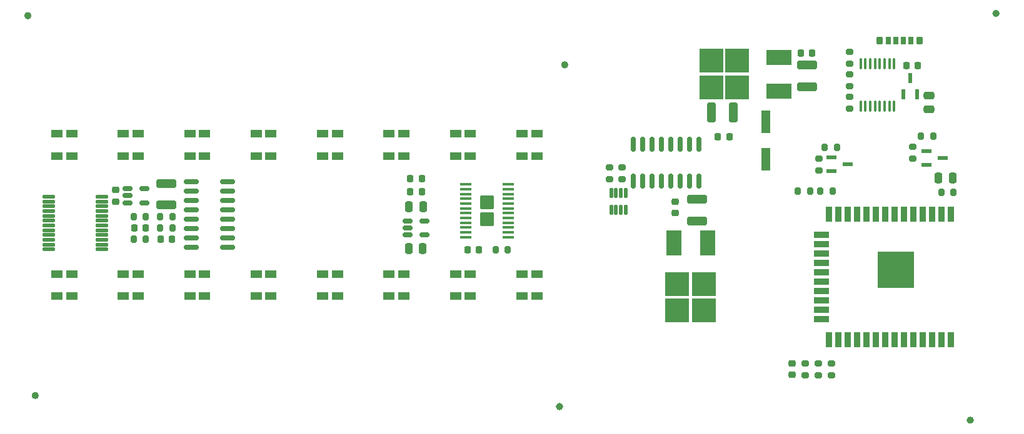
<source format=gtp>
G04 #@! TF.GenerationSoftware,KiCad,Pcbnew,(6.0.5-0)*
G04 #@! TF.CreationDate,2022-08-15T05:54:32+09:00*
G04 #@! TF.ProjectId,qLAMP-main,714c414d-502d-46d6-9169-6e2e6b696361,rev?*
G04 #@! TF.SameCoordinates,Original*
G04 #@! TF.FileFunction,Paste,Top*
G04 #@! TF.FilePolarity,Positive*
%FSLAX46Y46*%
G04 Gerber Fmt 4.6, Leading zero omitted, Abs format (unit mm)*
G04 Created by KiCad (PCBNEW (6.0.5-0)) date 2022-08-15 05:54:32*
%MOMM*%
%LPD*%
G01*
G04 APERTURE LIST*
G04 Aperture macros list*
%AMRoundRect*
0 Rectangle with rounded corners*
0 $1 Rounding radius*
0 $2 $3 $4 $5 $6 $7 $8 $9 X,Y pos of 4 corners*
0 Add a 4 corners polygon primitive as box body*
4,1,4,$2,$3,$4,$5,$6,$7,$8,$9,$2,$3,0*
0 Add four circle primitives for the rounded corners*
1,1,$1+$1,$2,$3*
1,1,$1+$1,$4,$5*
1,1,$1+$1,$6,$7*
1,1,$1+$1,$8,$9*
0 Add four rect primitives between the rounded corners*
20,1,$1+$1,$2,$3,$4,$5,0*
20,1,$1+$1,$4,$5,$6,$7,0*
20,1,$1+$1,$6,$7,$8,$9,0*
20,1,$1+$1,$8,$9,$2,$3,0*%
G04 Aperture macros list end*
%ADD10C,0.475000*%
%ADD11RoundRect,0.100000X-0.100000X0.637500X-0.100000X-0.637500X0.100000X-0.637500X0.100000X0.637500X0*%
%ADD12RoundRect,0.150000X-0.512500X-0.150000X0.512500X-0.150000X0.512500X0.150000X-0.512500X0.150000X0*%
%ADD13RoundRect,0.250000X-0.250000X-0.475000X0.250000X-0.475000X0.250000X0.475000X-0.250000X0.475000X0*%
%ADD14R,1.219200X3.098800*%
%ADD15RoundRect,0.225000X-0.225000X-0.250000X0.225000X-0.250000X0.225000X0.250000X-0.225000X0.250000X0*%
%ADD16RoundRect,0.250000X0.325000X1.100000X-0.325000X1.100000X-0.325000X-1.100000X0.325000X-1.100000X0*%
%ADD17RoundRect,0.225000X0.225000X0.250000X-0.225000X0.250000X-0.225000X-0.250000X0.225000X-0.250000X0*%
%ADD18RoundRect,0.250000X-1.100000X0.325000X-1.100000X-0.325000X1.100000X-0.325000X1.100000X0.325000X0*%
%ADD19RoundRect,0.225000X0.250000X-0.225000X0.250000X0.225000X-0.250000X0.225000X-0.250000X-0.225000X0*%
%ADD20RoundRect,0.250000X0.250000X0.475000X-0.250000X0.475000X-0.250000X-0.475000X0.250000X-0.475000X0*%
%ADD21RoundRect,0.250000X1.100000X-0.325000X1.100000X0.325000X-1.100000X0.325000X-1.100000X-0.325000X0*%
%ADD22RoundRect,0.111230X0.763770X0.111230X-0.763770X0.111230X-0.763770X-0.111230X0.763770X-0.111230X0*%
%ADD23RoundRect,0.225000X-0.250000X0.225000X-0.250000X-0.225000X0.250000X-0.225000X0.250000X0.225000X0*%
%ADD24RoundRect,0.111665X0.111665X-0.550835X0.111665X0.550835X-0.111665X0.550835X-0.111665X-0.550835X0*%
%ADD25RoundRect,0.200000X0.200000X0.275000X-0.200000X0.275000X-0.200000X-0.275000X0.200000X-0.275000X0*%
%ADD26RoundRect,0.200000X-0.275000X0.200000X-0.275000X-0.200000X0.275000X-0.200000X0.275000X0.200000X0*%
%ADD27RoundRect,0.150000X-0.150000X0.825000X-0.150000X-0.825000X0.150000X-0.825000X0.150000X0.825000X0*%
%ADD28R,1.320800X0.558800*%
%ADD29R,0.558800X1.320800*%
%ADD30RoundRect,0.250000X0.715000X0.695000X-0.715000X0.695000X-0.715000X-0.695000X0.715000X-0.695000X0*%
%ADD31RoundRect,0.100000X0.687500X0.100000X-0.687500X0.100000X-0.687500X-0.100000X0.687500X-0.100000X0*%
%ADD32RoundRect,0.200000X-0.200000X-0.275000X0.200000X-0.275000X0.200000X0.275000X-0.200000X0.275000X0*%
%ADD33R,1.600000X1.000000*%
%ADD34RoundRect,0.035000X0.315000X0.465000X-0.315000X0.465000X-0.315000X-0.465000X0.315000X-0.465000X0*%
%ADD35RoundRect,0.040000X0.360000X0.460000X-0.360000X0.460000X-0.360000X-0.460000X0.360000X-0.460000X0*%
%ADD36RoundRect,0.150000X-0.825000X-0.150000X0.825000X-0.150000X0.825000X0.150000X-0.825000X0.150000X0*%
%ADD37RoundRect,0.250000X0.475000X-0.250000X0.475000X0.250000X-0.475000X0.250000X-0.475000X-0.250000X0*%
%ADD38R,0.900000X2.000000*%
%ADD39R,2.000000X0.900000*%
%ADD40R,5.000000X5.000000*%
%ADD41R,3.300000X3.300000*%
%ADD42R,3.500000X2.000000*%
%ADD43R,2.000000X3.500000*%
G04 APERTURE END LIST*
D10*
X148473500Y-128000000D02*
G75*
G03*
X148473500Y-128000000I-237500J0D01*
G01*
X77473500Y-126500000D02*
G75*
G03*
X77473500Y-126500000I-237500J0D01*
G01*
X76473500Y-75000000D02*
G75*
G03*
X76473500Y-75000000I-237500J0D01*
G01*
X204097500Y-129840000D02*
G75*
G03*
X204097500Y-129840000I-237500J0D01*
G01*
X149177500Y-81660000D02*
G75*
G03*
X149177500Y-81660000I-237500J0D01*
G01*
X207587500Y-74695000D02*
G75*
G03*
X207587500Y-74695000I-237500J0D01*
G01*
D11*
X193553292Y-81537300D03*
X192903292Y-81537300D03*
X192253292Y-81537300D03*
X191603292Y-81537300D03*
X190953292Y-81537300D03*
X190303292Y-81537300D03*
X189653292Y-81537300D03*
X189003292Y-81537300D03*
X189003292Y-87262300D03*
X189653292Y-87262300D03*
X190303292Y-87262300D03*
X190953292Y-87262300D03*
X191603292Y-87262300D03*
X192253292Y-87262300D03*
X192903292Y-87262300D03*
X193553292Y-87262300D03*
D12*
X127665878Y-102840011D03*
X127665878Y-103790011D03*
X127665878Y-104740011D03*
X129940878Y-104740011D03*
X129940878Y-102840011D03*
D13*
X127853378Y-100919989D03*
X129753378Y-100919989D03*
D14*
X176200000Y-89387300D03*
X176200000Y-94492700D03*
D15*
X128028376Y-98850000D03*
X129578376Y-98850000D03*
D16*
X171795000Y-88130000D03*
X168845000Y-88130000D03*
D17*
X171235010Y-91440000D03*
X169685010Y-91440000D03*
D18*
X181790000Y-81695000D03*
X181790000Y-84645000D03*
D19*
X163940000Y-101755000D03*
X163940000Y-100205000D03*
D20*
X129733376Y-106560000D03*
X127833376Y-106560000D03*
D15*
X195195000Y-81780000D03*
X196745000Y-81780000D03*
D21*
X94990006Y-100675005D03*
X94990006Y-97725005D03*
D22*
X86295999Y-106695011D03*
X86295999Y-106045013D03*
X86295999Y-105395012D03*
X86295999Y-104745012D03*
X86295999Y-104095012D03*
X86295999Y-103445012D03*
X86295999Y-102795012D03*
X86295999Y-102145012D03*
X86295999Y-101495012D03*
X86295999Y-100845012D03*
X86295999Y-100195011D03*
X86295999Y-99545013D03*
X79095999Y-99545013D03*
X79095999Y-100195011D03*
X79095999Y-100845012D03*
X79095999Y-101495012D03*
X79095999Y-102145012D03*
X79095999Y-102795012D03*
X79095999Y-103445012D03*
X79095999Y-104095012D03*
X79095999Y-104745012D03*
X79095999Y-105395012D03*
X79095999Y-106045013D03*
X79095999Y-106695011D03*
D23*
X88080012Y-98635012D03*
X88080012Y-100185012D03*
D19*
X179705000Y-123711000D03*
X179705000Y-122161000D03*
D17*
X92174995Y-103796008D03*
X90624995Y-103796008D03*
D24*
X155235000Y-101287500D03*
X155885000Y-101287500D03*
X156535000Y-101287500D03*
X157185000Y-101287500D03*
X157185000Y-99012500D03*
X156535000Y-99012500D03*
X155885000Y-99012500D03*
X155235000Y-99012500D03*
D12*
X89732499Y-98460012D03*
X89732499Y-99410012D03*
X89732499Y-100360012D03*
X92007499Y-100360012D03*
X92007499Y-98460012D03*
D25*
X92224995Y-102272008D03*
X90574995Y-102272008D03*
D26*
X156670000Y-95535000D03*
X156670000Y-97185000D03*
X155030000Y-95545000D03*
X155030000Y-97195000D03*
D27*
X167105000Y-92465000D03*
X165835000Y-92465000D03*
X164565000Y-92465000D03*
X163295000Y-92465000D03*
X162025000Y-92465000D03*
X160755000Y-92465000D03*
X159485000Y-92465000D03*
X158215000Y-92465000D03*
X158215000Y-97415000D03*
X159485000Y-97415000D03*
X160755000Y-97415000D03*
X162025000Y-97415000D03*
X163295000Y-97415000D03*
X164565000Y-97415000D03*
X165835000Y-97415000D03*
X167105000Y-97415000D03*
D15*
X128028376Y-97050000D03*
X129578376Y-97050000D03*
D28*
X197927800Y-93340200D03*
X197927800Y-95219800D03*
X200112200Y-94280000D03*
X185087800Y-94180200D03*
X185087800Y-96059800D03*
X187272200Y-95120000D03*
D29*
X194820200Y-85652200D03*
X196699800Y-85652200D03*
X195760000Y-83467800D03*
D30*
X138410000Y-102610000D03*
X138410000Y-100270000D03*
D31*
X141272500Y-105015000D03*
X141272500Y-104365000D03*
X141272500Y-103715000D03*
X141272500Y-103065000D03*
X141272500Y-102415000D03*
X141272500Y-101765000D03*
X141272500Y-101115000D03*
X141272500Y-100465000D03*
X141272500Y-99815000D03*
X141272500Y-99165000D03*
X141272500Y-98515000D03*
X141272500Y-97865000D03*
X135547500Y-97865000D03*
X135547500Y-98515000D03*
X135547500Y-99165000D03*
X135547500Y-99815000D03*
X135547500Y-100465000D03*
X135547500Y-101115000D03*
X135547500Y-101765000D03*
X135547500Y-102415000D03*
X135547500Y-103065000D03*
X135547500Y-103715000D03*
X135547500Y-104365000D03*
X135547500Y-105015000D03*
D32*
X180531000Y-98819995D03*
X182181000Y-98819995D03*
D20*
X201475000Y-97020000D03*
X199575000Y-97020000D03*
D25*
X198845000Y-91305000D03*
X197195000Y-91305000D03*
X185815000Y-92860000D03*
X184165000Y-92860000D03*
D26*
X187500006Y-79896200D03*
X187500006Y-81546200D03*
X187500006Y-82944200D03*
X187500006Y-84594200D03*
X196100000Y-92745000D03*
X196100000Y-94395000D03*
X183390000Y-94365000D03*
X183390000Y-96015000D03*
D32*
X139574998Y-106699991D03*
X141224998Y-106699991D03*
D25*
X201575000Y-98940000D03*
X199925000Y-98940000D03*
D26*
X187500006Y-85992200D03*
X187500006Y-87642200D03*
D15*
X135785001Y-106699991D03*
X137335001Y-106699991D03*
D21*
X166870000Y-102825000D03*
X166870000Y-99875000D03*
D15*
X180905000Y-80050000D03*
X182455000Y-80050000D03*
D33*
X107157211Y-91002066D03*
X107157211Y-94002066D03*
D26*
X185039000Y-122111000D03*
X185039000Y-123761000D03*
D33*
X134157211Y-113001633D03*
X134157211Y-110001633D03*
X89157211Y-91002066D03*
X89157211Y-94002066D03*
X134157211Y-91002066D03*
X134157211Y-94002066D03*
X127157211Y-113001633D03*
X127157211Y-110001633D03*
X136157211Y-91002066D03*
X136157211Y-94002066D03*
X143157211Y-91002066D03*
X143157211Y-94002066D03*
X100157211Y-113001633D03*
X100157211Y-110001633D03*
X100157211Y-91002066D03*
X100157211Y-94002066D03*
D26*
X181483000Y-122111000D03*
X181483000Y-123761000D03*
D33*
X125157211Y-113001633D03*
X125157211Y-110001633D03*
X116157211Y-113001633D03*
X116157211Y-110001633D03*
D34*
X194788282Y-78419792D03*
X192788282Y-78419792D03*
D35*
X191588282Y-78419792D03*
D34*
X193788282Y-78419792D03*
X195788282Y-78419792D03*
D35*
X196988282Y-78419792D03*
D36*
X98335009Y-97554999D03*
X98335009Y-98824999D03*
X98335009Y-100094999D03*
X98335009Y-101364999D03*
X98335009Y-102634999D03*
X98335009Y-103904999D03*
X98335009Y-105174999D03*
X98335009Y-106444999D03*
X103285009Y-106444999D03*
X103285009Y-105174999D03*
X103285009Y-103904999D03*
X103285009Y-102634999D03*
X103285009Y-101364999D03*
X103285009Y-100094999D03*
X103285009Y-98824999D03*
X103285009Y-97554999D03*
D33*
X82157211Y-113001633D03*
X82157211Y-110001633D03*
X118157211Y-113001633D03*
X118157211Y-110001633D03*
X109157211Y-113001633D03*
X109157211Y-110001633D03*
D32*
X94165006Y-103796008D03*
X95815006Y-103796008D03*
D33*
X118157211Y-91002066D03*
X118157211Y-94002066D03*
X109157211Y-91002066D03*
X109157211Y-94002066D03*
X80157211Y-91002066D03*
X80157211Y-94002066D03*
X98157211Y-113001633D03*
X98157211Y-110001633D03*
D37*
X198308292Y-87719800D03*
X198308292Y-85819800D03*
D38*
X201261000Y-101920000D03*
X199991000Y-101920000D03*
X198721000Y-101920000D03*
X197451000Y-101920000D03*
X196181000Y-101920000D03*
X194910989Y-101919989D03*
X193640989Y-101919989D03*
X192371000Y-101920000D03*
X191101000Y-101920000D03*
X189831000Y-101920000D03*
X188561000Y-101920000D03*
X187291000Y-101920000D03*
X186021000Y-101920000D03*
X184751000Y-101920000D03*
D39*
X183751000Y-104705000D03*
X183751000Y-105975000D03*
X183751000Y-107245000D03*
X183751000Y-108515000D03*
X183751000Y-109785000D03*
X183751000Y-111055000D03*
X183751000Y-112325000D03*
X183751000Y-113595000D03*
X183751000Y-114865000D03*
X183751000Y-116135000D03*
D38*
X184751000Y-118920000D03*
X186021000Y-118920000D03*
X187291000Y-118920000D03*
X188561000Y-118920000D03*
X189831000Y-118920000D03*
X191101000Y-118920000D03*
X192371000Y-118920000D03*
X193641000Y-118920000D03*
X194911000Y-118920000D03*
X196181000Y-118920000D03*
X197451000Y-118920000D03*
X198721000Y-118920000D03*
X199991000Y-118920000D03*
X201261000Y-118920000D03*
D40*
X193761000Y-109420000D03*
D33*
X80157211Y-113001633D03*
X80157211Y-110001633D03*
D32*
X183579000Y-98819995D03*
X185229000Y-98819995D03*
D33*
X91157211Y-113001633D03*
X91157211Y-110001633D03*
X127157211Y-91002066D03*
X127157211Y-94002066D03*
X89157211Y-113001633D03*
X89157211Y-110001633D03*
X125157211Y-91002066D03*
X125157211Y-94002066D03*
D17*
X95765006Y-105320008D03*
X94215006Y-105320008D03*
D33*
X145157211Y-113001633D03*
X145157211Y-110001633D03*
D26*
X183261000Y-122111000D03*
X183261000Y-123761000D03*
D41*
X172320000Y-81110000D03*
X168770000Y-81110000D03*
X172320000Y-84710000D03*
X168770000Y-84710000D03*
D42*
X177945000Y-85210000D03*
X177945000Y-80630000D03*
D33*
X116157211Y-91002066D03*
X116157211Y-94002066D03*
D32*
X94165006Y-102272008D03*
X95815006Y-102272008D03*
D41*
X167770000Y-111440000D03*
X167770000Y-114990000D03*
X164170000Y-111440000D03*
X164170000Y-114990000D03*
D43*
X168270000Y-105815000D03*
X163690000Y-105815000D03*
D32*
X90574995Y-105320008D03*
X92224995Y-105320008D03*
D33*
X91157211Y-91002066D03*
X91157211Y-94002066D03*
X145157211Y-91002066D03*
X145157211Y-94002066D03*
X82157211Y-91002066D03*
X82157211Y-94002066D03*
X107157211Y-113001633D03*
X107157211Y-110001633D03*
X98157211Y-91002066D03*
X98157211Y-94002066D03*
X143157211Y-113001633D03*
X143157211Y-110001633D03*
X136157211Y-113001633D03*
X136157211Y-110001633D03*
M02*

</source>
